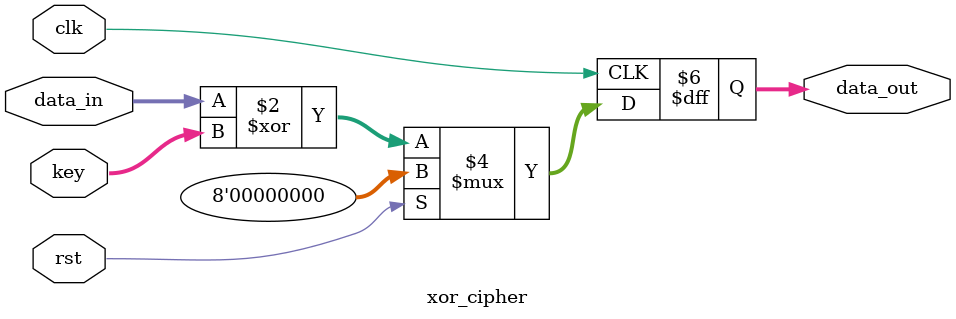
<source format=v>
module xor_cipher (
    input  wire        clk,
    input  wire        rst,
    input  wire [7:0]  data_in,   // plaintext / ciphertext in
    input  wire [7:0]  key,       // XOR key
    output reg  [7:0]  data_out   // encrypted / decrypted out
);

    always @(posedge clk) begin
        if (rst) begin
            data_out <= 8'b0;
        end else begin
            data_out <= data_in ^ key;
        end
    end

endmodule

</source>
